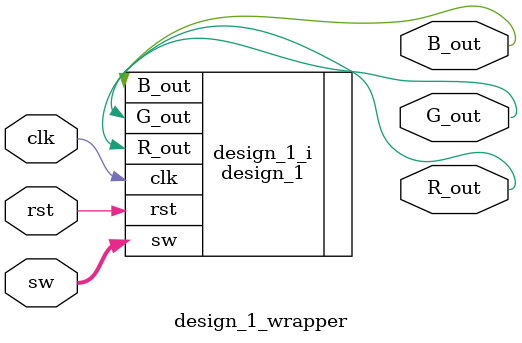
<source format=v>
`timescale 1 ps / 1 ps

module design_1_wrapper
   (B_out,
    G_out,
    R_out,
    clk,
    rst,
    sw);
  output B_out;
  output G_out;
  output R_out;
  input clk;
  input rst;
  input [1:0]sw;

  wire B_out;
  wire G_out;
  wire R_out;
  wire clk;
  wire rst;
  wire [1:0]sw;

  design_1 design_1_i
       (.B_out(B_out),
        .G_out(G_out),
        .R_out(R_out),
        .clk(clk),
        .rst(rst),
        .sw(sw));
endmodule

</source>
